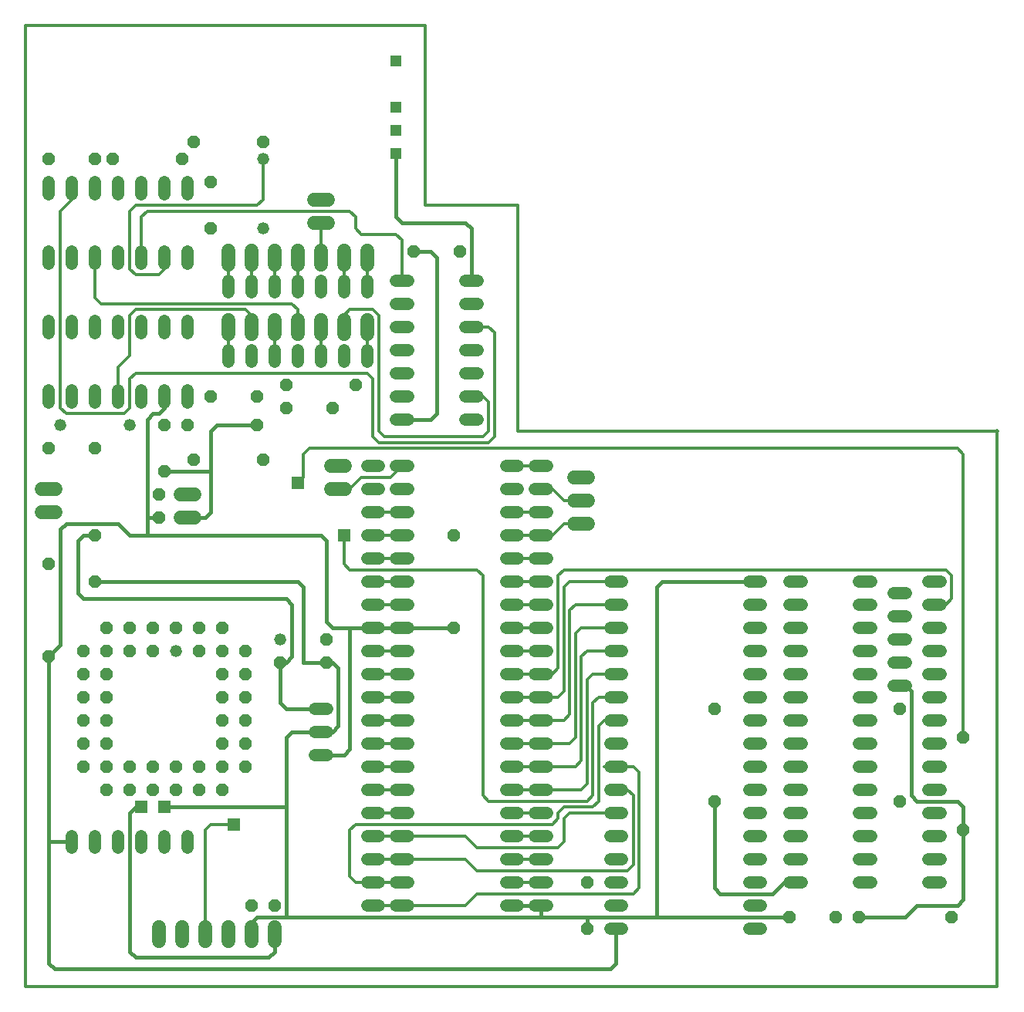
<source format=gtl>
G75*
G70*
%OFA0B0*%
%FSLAX24Y24*%
%IPPOS*%
%LPD*%
%AMOC8*
5,1,8,0,0,1.08239X$1,22.5*
%
%ADD10C,0.0120*%
%ADD11C,0.0000*%
%ADD12C,0.0520*%
%ADD13OC8,0.0520*%
%ADD14C,0.0600*%
%ADD15C,0.0520*%
%ADD16R,0.0515X0.0515*%
%ADD17C,0.0160*%
%ADD18R,0.0531X0.0531*%
D10*
X001374Y000160D02*
X001374Y041682D01*
X018624Y041682D01*
X018624Y041660D02*
X018624Y033910D01*
X022624Y033910D01*
X022624Y024160D01*
X043374Y024160D01*
X043329Y024182D02*
X043329Y000160D01*
X001374Y000160D01*
X009124Y002410D02*
X009124Y006910D01*
X009374Y007160D01*
X010374Y007160D01*
X015374Y006910D02*
X015374Y004910D01*
X015624Y004660D01*
X016374Y004660D01*
X017624Y004660D01*
X017624Y003660D02*
X020374Y003660D01*
X020874Y004160D01*
X027624Y004160D01*
X027874Y004410D01*
X027874Y009410D01*
X027624Y009660D01*
X026874Y009660D01*
X026374Y009660D01*
X025374Y009910D02*
X025124Y009660D01*
X023624Y009660D01*
X022374Y009660D01*
X022374Y008660D02*
X023624Y008660D01*
X025374Y008660D01*
X025624Y008910D01*
X025624Y013410D01*
X025874Y013660D01*
X026874Y013660D01*
X026874Y012660D02*
X026124Y012660D01*
X025874Y012410D01*
X025874Y008410D01*
X025624Y008160D01*
X021374Y008160D01*
X021124Y008410D01*
X021124Y017910D01*
X020874Y018160D01*
X015374Y018160D01*
X015124Y018410D01*
X015124Y019660D01*
X016374Y019660D02*
X017624Y019660D01*
X017624Y020660D02*
X016374Y020660D01*
X015374Y021660D02*
X015874Y022160D01*
X017124Y022160D01*
X017624Y022660D01*
X016624Y023660D02*
X021374Y023660D01*
X021624Y023910D01*
X021624Y028410D01*
X021374Y028660D01*
X020624Y028660D01*
X020624Y025660D02*
X021124Y025660D01*
X021374Y025410D01*
X021374Y024160D01*
X021124Y023910D01*
X016874Y023910D01*
X016624Y024160D01*
X016624Y029160D01*
X016374Y029410D01*
X015374Y029410D01*
X015124Y029160D01*
X015124Y028660D01*
X014124Y028660D02*
X014124Y027410D01*
X013124Y028660D02*
X013124Y029410D01*
X012874Y029660D01*
X004624Y029660D01*
X004374Y029910D01*
X004374Y031660D01*
X005874Y031160D02*
X005874Y033660D01*
X006124Y033910D01*
X011374Y033910D01*
X011624Y034160D01*
X011624Y035910D01*
X014124Y033160D02*
X014124Y031660D01*
X013124Y031660D02*
X013124Y030410D01*
X012124Y030410D02*
X012124Y031660D01*
X011124Y031660D02*
X011124Y030410D01*
X010124Y030410D02*
X010124Y031660D01*
X010874Y029410D02*
X006124Y029410D01*
X005874Y029160D01*
X005874Y027410D01*
X005374Y026910D01*
X005374Y025660D01*
X005874Y025160D02*
X005874Y026410D01*
X006124Y026660D01*
X016124Y026660D01*
X016374Y026410D01*
X016374Y023910D01*
X016624Y023660D01*
X015374Y021660D02*
X014874Y021660D01*
X013374Y022160D02*
X013124Y021910D01*
X013374Y022160D02*
X013374Y023160D01*
X013624Y023410D01*
X041624Y023410D01*
X041874Y023160D01*
X041874Y010910D01*
X041124Y016660D02*
X040624Y016660D01*
X041124Y016660D02*
X041374Y016910D01*
X041374Y017910D01*
X041124Y018160D01*
X024624Y018160D01*
X024374Y017910D01*
X024374Y013910D01*
X024124Y013660D01*
X023624Y013660D01*
X022374Y013660D01*
X022374Y012660D02*
X023624Y012660D01*
X024374Y012660D01*
X024624Y012910D01*
X024624Y017410D01*
X024874Y017660D01*
X026874Y017660D01*
X026874Y016660D02*
X025124Y016660D01*
X024874Y016410D01*
X024874Y011910D01*
X024624Y011660D01*
X023624Y011660D01*
X022374Y011660D01*
X022374Y010660D02*
X023624Y010660D01*
X024874Y010660D01*
X025124Y010910D01*
X025124Y015410D01*
X025374Y015660D01*
X026874Y015660D01*
X026874Y014660D02*
X025624Y014660D01*
X025374Y014410D01*
X025374Y009910D01*
X026874Y008660D02*
X027374Y008660D01*
X027624Y008410D01*
X027624Y005410D01*
X027374Y005160D01*
X020874Y005160D01*
X020374Y005660D01*
X017624Y005660D01*
X016374Y005660D01*
X016374Y006660D02*
X017624Y006660D01*
X020374Y006660D01*
X020874Y006160D01*
X024374Y006160D01*
X024624Y006410D01*
X024624Y007410D01*
X024874Y007660D01*
X026874Y007660D01*
X026124Y008160D02*
X025874Y007910D01*
X024624Y007910D01*
X024374Y007660D01*
X024374Y007410D01*
X024124Y007160D01*
X015624Y007160D01*
X015374Y006910D01*
X016374Y007660D02*
X017624Y007660D01*
X017624Y008660D02*
X016374Y008660D01*
X016374Y009660D02*
X017624Y009660D01*
X017624Y010660D02*
X016374Y010660D01*
X016374Y011660D02*
X017624Y011660D01*
X017624Y012660D02*
X016374Y012660D01*
X016374Y013660D02*
X017624Y013660D01*
X017624Y014660D02*
X016374Y014660D01*
X016374Y016660D02*
X017624Y016660D01*
X017624Y017660D02*
X016374Y017660D01*
X016374Y018660D02*
X017624Y018660D01*
X022374Y018660D02*
X023624Y018660D01*
X023624Y017660D02*
X022374Y017660D01*
X022374Y016660D02*
X023624Y016660D01*
X023624Y015660D02*
X022374Y015660D01*
X022374Y014660D02*
X023624Y014660D01*
X026374Y011660D02*
X026124Y011410D01*
X026124Y008160D01*
X023624Y007660D02*
X022374Y007660D01*
X022374Y006660D02*
X023624Y006660D01*
X023624Y005660D02*
X022374Y005660D01*
X022374Y004660D02*
X023624Y004660D01*
X017624Y003660D02*
X016374Y003660D01*
X026374Y011660D02*
X026874Y011660D01*
X024124Y019660D02*
X023624Y019660D01*
X022374Y019660D01*
X022374Y020660D02*
X023624Y020660D01*
X023624Y021660D02*
X024124Y021660D01*
X024624Y021160D01*
X025374Y021160D01*
X025374Y020160D02*
X024624Y020160D01*
X024124Y019660D01*
X023624Y022660D02*
X022374Y022660D01*
X016124Y027410D02*
X016124Y028660D01*
X016124Y030410D02*
X016124Y031660D01*
X015874Y032660D02*
X015624Y032910D01*
X015624Y033410D01*
X015374Y033660D01*
X006624Y033660D01*
X006374Y033410D01*
X006374Y031660D01*
X005874Y031160D02*
X006124Y030910D01*
X007124Y030910D01*
X007374Y031160D01*
X007374Y031660D01*
X010124Y028660D02*
X010124Y027410D01*
X011124Y028660D02*
X011124Y029160D01*
X010874Y029410D01*
X012124Y028660D02*
X012124Y027410D01*
X015124Y030410D02*
X015124Y031660D01*
X015874Y032660D02*
X017374Y032660D01*
X017624Y032410D01*
X017624Y030660D01*
X005874Y025160D02*
X005624Y024910D01*
X003124Y024910D01*
X002874Y025160D01*
X002874Y033660D01*
X003374Y034160D01*
X003374Y034660D01*
D11*
X001374Y039530D02*
X001374Y000160D01*
D12*
X003374Y006150D02*
X003374Y006670D01*
X004374Y006670D02*
X004374Y006150D01*
X005374Y006150D02*
X005374Y006670D01*
X006374Y006670D02*
X006374Y006150D01*
X007374Y006150D02*
X007374Y006670D01*
X008374Y006670D02*
X008374Y006150D01*
X013864Y010160D02*
X014384Y010160D01*
X014384Y011160D02*
X013864Y011160D01*
X013864Y012160D02*
X014384Y012160D01*
X016114Y011660D02*
X016634Y011660D01*
X017364Y011660D02*
X017884Y011660D01*
X017884Y010660D02*
X017364Y010660D01*
X016634Y010660D02*
X016114Y010660D01*
X016114Y009660D02*
X016634Y009660D01*
X017364Y009660D02*
X017884Y009660D01*
X017884Y008660D02*
X017364Y008660D01*
X016634Y008660D02*
X016114Y008660D01*
X016114Y007660D02*
X016634Y007660D01*
X017364Y007660D02*
X017884Y007660D01*
X017884Y006660D02*
X017364Y006660D01*
X016634Y006660D02*
X016114Y006660D01*
X016114Y005660D02*
X016634Y005660D01*
X017364Y005660D02*
X017884Y005660D01*
X017884Y004660D02*
X017364Y004660D01*
X016634Y004660D02*
X016114Y004660D01*
X016114Y003660D02*
X016634Y003660D01*
X017364Y003660D02*
X017884Y003660D01*
X022114Y003660D02*
X022634Y003660D01*
X023364Y003660D02*
X023884Y003660D01*
X023884Y004660D02*
X023364Y004660D01*
X022634Y004660D02*
X022114Y004660D01*
X022114Y005660D02*
X022634Y005660D01*
X023364Y005660D02*
X023884Y005660D01*
X023884Y006660D02*
X023364Y006660D01*
X022634Y006660D02*
X022114Y006660D01*
X022114Y007660D02*
X022634Y007660D01*
X023364Y007660D02*
X023884Y007660D01*
X023884Y008660D02*
X023364Y008660D01*
X022634Y008660D02*
X022114Y008660D01*
X022114Y009660D02*
X022634Y009660D01*
X023364Y009660D02*
X023884Y009660D01*
X023884Y010660D02*
X023364Y010660D01*
X022634Y010660D02*
X022114Y010660D01*
X022114Y011660D02*
X022634Y011660D01*
X023364Y011660D02*
X023884Y011660D01*
X023884Y012660D02*
X023364Y012660D01*
X022634Y012660D02*
X022114Y012660D01*
X022114Y013660D02*
X022634Y013660D01*
X023364Y013660D02*
X023884Y013660D01*
X023884Y014660D02*
X023364Y014660D01*
X022634Y014660D02*
X022114Y014660D01*
X022114Y015660D02*
X022634Y015660D01*
X023364Y015660D02*
X023884Y015660D01*
X023884Y016660D02*
X023364Y016660D01*
X022634Y016660D02*
X022114Y016660D01*
X022114Y017660D02*
X022634Y017660D01*
X023364Y017660D02*
X023884Y017660D01*
X023884Y018660D02*
X023364Y018660D01*
X022634Y018660D02*
X022114Y018660D01*
X022114Y019660D02*
X022634Y019660D01*
X023364Y019660D02*
X023884Y019660D01*
X023884Y020660D02*
X023364Y020660D01*
X022634Y020660D02*
X022114Y020660D01*
X022114Y021660D02*
X022634Y021660D01*
X023364Y021660D02*
X023884Y021660D01*
X023884Y022660D02*
X023364Y022660D01*
X022634Y022660D02*
X022114Y022660D01*
X020884Y024660D02*
X020364Y024660D01*
X020364Y025660D02*
X020884Y025660D01*
X020884Y026660D02*
X020364Y026660D01*
X020364Y027660D02*
X020884Y027660D01*
X020884Y028660D02*
X020364Y028660D01*
X020364Y029660D02*
X020884Y029660D01*
X020884Y030660D02*
X020364Y030660D01*
X017884Y030660D02*
X017364Y030660D01*
X017364Y029660D02*
X017884Y029660D01*
X017884Y028660D02*
X017364Y028660D01*
X017364Y027660D02*
X017884Y027660D01*
X017884Y026660D02*
X017364Y026660D01*
X017364Y025660D02*
X017884Y025660D01*
X017884Y024660D02*
X017364Y024660D01*
X017364Y022660D02*
X017884Y022660D01*
X017884Y021660D02*
X017364Y021660D01*
X016634Y021660D02*
X016114Y021660D01*
X016114Y020660D02*
X016634Y020660D01*
X017364Y020660D02*
X017884Y020660D01*
X017884Y019660D02*
X017364Y019660D01*
X016634Y019660D02*
X016114Y019660D01*
X016114Y018660D02*
X016634Y018660D01*
X017364Y018660D02*
X017884Y018660D01*
X017884Y017660D02*
X017364Y017660D01*
X016634Y017660D02*
X016114Y017660D01*
X016114Y016660D02*
X016634Y016660D01*
X017364Y016660D02*
X017884Y016660D01*
X017884Y015660D02*
X017364Y015660D01*
X016634Y015660D02*
X016114Y015660D01*
X016114Y014660D02*
X016634Y014660D01*
X017364Y014660D02*
X017884Y014660D01*
X017884Y013660D02*
X017364Y013660D01*
X016634Y013660D02*
X016114Y013660D01*
X016114Y012660D02*
X016634Y012660D01*
X017364Y012660D02*
X017884Y012660D01*
X026614Y012660D02*
X027134Y012660D01*
X027134Y011660D02*
X026614Y011660D01*
X026614Y010660D02*
X027134Y010660D01*
X027134Y009660D02*
X026614Y009660D01*
X026614Y008660D02*
X027134Y008660D01*
X027134Y007660D02*
X026614Y007660D01*
X026614Y006660D02*
X027134Y006660D01*
X027134Y005660D02*
X026614Y005660D01*
X026614Y004660D02*
X027134Y004660D01*
X027134Y003660D02*
X026614Y003660D01*
X026614Y002660D02*
X027134Y002660D01*
X032614Y002660D02*
X033134Y002660D01*
X033134Y003660D02*
X032614Y003660D01*
X032614Y004660D02*
X033134Y004660D01*
X033134Y005660D02*
X032614Y005660D01*
X032614Y006660D02*
X033134Y006660D01*
X033134Y007660D02*
X032614Y007660D01*
X032614Y008660D02*
X033134Y008660D01*
X033134Y009660D02*
X032614Y009660D01*
X032614Y010660D02*
X033134Y010660D01*
X033134Y011660D02*
X032614Y011660D01*
X032614Y012660D02*
X033134Y012660D01*
X033134Y013660D02*
X032614Y013660D01*
X032614Y014660D02*
X033134Y014660D01*
X033134Y015660D02*
X032614Y015660D01*
X032614Y016660D02*
X033134Y016660D01*
X033134Y017660D02*
X032614Y017660D01*
X034364Y017660D02*
X034884Y017660D01*
X034364Y017660D01*
X034364Y016660D02*
X034884Y016660D01*
X034364Y016660D01*
X034364Y015660D02*
X034884Y015660D01*
X034364Y015660D01*
X034364Y014660D02*
X034884Y014660D01*
X034364Y014660D01*
X034364Y013660D02*
X034884Y013660D01*
X034364Y013660D01*
X034364Y012660D02*
X034884Y012660D01*
X034364Y012660D01*
X034364Y011660D02*
X034884Y011660D01*
X034364Y011660D01*
X034364Y010660D02*
X034884Y010660D01*
X034364Y010660D01*
X034364Y009660D02*
X034884Y009660D01*
X034364Y009660D01*
X034364Y008660D02*
X034884Y008660D01*
X034364Y008660D01*
X034364Y007660D02*
X034884Y007660D01*
X034364Y007660D01*
X034364Y006660D02*
X034884Y006660D01*
X034364Y006660D01*
X034364Y005660D02*
X034884Y005660D01*
X034364Y005660D01*
X034364Y004660D02*
X034884Y004660D01*
X034364Y004660D01*
X037364Y004660D02*
X037884Y004660D01*
X037884Y005660D02*
X037364Y005660D01*
X037364Y006660D02*
X037884Y006660D01*
X037884Y007660D02*
X037364Y007660D01*
X037364Y008660D02*
X037884Y008660D01*
X037884Y009660D02*
X037364Y009660D01*
X037364Y010660D02*
X037884Y010660D01*
X037884Y011660D02*
X037364Y011660D01*
X037364Y012660D02*
X037884Y012660D01*
X037884Y013660D02*
X037364Y013660D01*
X037364Y014660D02*
X037884Y014660D01*
X037884Y015660D02*
X037364Y015660D01*
X037364Y016660D02*
X037884Y016660D01*
X037884Y017660D02*
X037364Y017660D01*
X038864Y017160D02*
X039384Y017160D01*
X039384Y016160D02*
X038864Y016160D01*
X038864Y015160D02*
X039384Y015160D01*
X039384Y014160D02*
X038864Y014160D01*
X038864Y013160D02*
X039384Y013160D01*
X040364Y012660D02*
X040884Y012660D01*
X040884Y011660D02*
X040364Y011660D01*
X040364Y010660D02*
X040884Y010660D01*
X040884Y009660D02*
X040364Y009660D01*
X040364Y008660D02*
X040884Y008660D01*
X040884Y007660D02*
X040364Y007660D01*
X040364Y006660D02*
X040884Y006660D01*
X040884Y005660D02*
X040364Y005660D01*
X040364Y004660D02*
X040884Y004660D01*
X040884Y013660D02*
X040364Y013660D01*
X040364Y014660D02*
X040884Y014660D01*
X040884Y015660D02*
X040364Y015660D01*
X040364Y016660D02*
X040884Y016660D01*
X040884Y017660D02*
X040364Y017660D01*
X027134Y017660D02*
X026614Y017660D01*
X026614Y016660D02*
X027134Y016660D01*
X027134Y015660D02*
X026614Y015660D01*
X026614Y014660D02*
X027134Y014660D01*
X027134Y013660D02*
X026614Y013660D01*
X016634Y022660D02*
X016114Y022660D01*
X016124Y027150D02*
X016124Y027670D01*
X015124Y027670D02*
X015124Y027150D01*
X014124Y027150D02*
X014124Y027670D01*
X013124Y027670D02*
X013124Y027150D01*
X012124Y027150D02*
X012124Y027670D01*
X011124Y027670D02*
X011124Y027150D01*
X010124Y027150D02*
X010124Y027670D01*
X008374Y028400D02*
X008374Y028920D01*
X007374Y028920D02*
X007374Y028400D01*
X006374Y028400D02*
X006374Y028920D01*
X005374Y028920D02*
X005374Y028400D01*
X004374Y028400D02*
X004374Y028920D01*
X003374Y028920D02*
X003374Y028400D01*
X002374Y028400D02*
X002374Y028920D01*
X002374Y031400D02*
X002374Y031920D01*
X003374Y031920D02*
X003374Y031400D01*
X004374Y031400D02*
X004374Y031920D01*
X005374Y031920D02*
X005374Y031400D01*
X006374Y031400D02*
X006374Y031920D01*
X007374Y031920D02*
X007374Y031400D01*
X008374Y031400D02*
X008374Y031920D01*
X010124Y030670D02*
X010124Y030150D01*
X011124Y030150D02*
X011124Y030670D01*
X012124Y030670D02*
X012124Y030150D01*
X013124Y030150D02*
X013124Y030670D01*
X014124Y030670D02*
X014124Y030150D01*
X015124Y030150D02*
X015124Y030670D01*
X016124Y030670D02*
X016124Y030150D01*
X008374Y025920D02*
X008374Y025400D01*
X007374Y025400D02*
X007374Y025920D01*
X006374Y025920D02*
X006374Y025400D01*
X005374Y025400D02*
X005374Y025920D01*
X004374Y025920D02*
X004374Y025400D01*
X003374Y025400D02*
X003374Y025920D01*
X002374Y025920D02*
X002374Y025400D01*
X002374Y034400D02*
X002374Y034920D01*
X003374Y034920D02*
X003374Y034400D01*
X004374Y034400D02*
X004374Y034920D01*
X005374Y034920D02*
X005374Y034400D01*
X006374Y034400D02*
X006374Y034920D01*
X007374Y034920D02*
X007374Y034400D01*
X008374Y034400D02*
X008374Y034920D01*
D13*
X009374Y034910D03*
X008124Y035910D03*
X008624Y036660D03*
X011624Y036660D03*
X009374Y032910D03*
X005124Y035910D03*
X004374Y035910D03*
X002374Y035910D03*
X009374Y025660D03*
X008374Y024410D03*
X007374Y024410D03*
X008624Y022910D03*
X007374Y022410D03*
X007124Y021410D03*
X007124Y020410D03*
X004374Y019660D03*
X004374Y017660D03*
X004874Y015660D03*
X004874Y014660D03*
X005874Y014660D03*
X005874Y015660D03*
X006874Y015660D03*
X006874Y014660D03*
X007874Y015660D03*
X008874Y015660D03*
X008874Y014660D03*
X009874Y014660D03*
X009874Y015660D03*
X010874Y014660D03*
X010874Y013660D03*
X009874Y013660D03*
X009874Y012660D03*
X009874Y011660D03*
X009874Y010660D03*
X009874Y009660D03*
X008874Y009660D03*
X007874Y009660D03*
X007874Y008660D03*
X008874Y008660D03*
X009874Y008660D03*
X010874Y009660D03*
X010874Y010660D03*
X010874Y011660D03*
X010874Y012660D03*
X012374Y014160D03*
X014374Y014160D03*
X014374Y015160D03*
X019874Y015660D03*
X019874Y019660D03*
X014624Y025160D03*
X015624Y026160D03*
X012624Y026160D03*
X012624Y025160D03*
X011374Y025660D03*
X011374Y024410D03*
X011624Y022910D03*
X004374Y023410D03*
X002374Y023410D03*
X002374Y018410D03*
X003874Y014660D03*
X003874Y013660D03*
X003874Y012660D03*
X003874Y011660D03*
X003874Y010660D03*
X003874Y009660D03*
X004874Y009660D03*
X004874Y008660D03*
X005874Y008660D03*
X005874Y009660D03*
X006874Y009660D03*
X006874Y008660D03*
X004874Y010660D03*
X004874Y011660D03*
X004874Y012660D03*
X004874Y013660D03*
X002374Y014410D03*
X011124Y003660D03*
X012124Y003660D03*
X025624Y002660D03*
X025624Y004660D03*
X031124Y008160D03*
X031124Y012160D03*
X039124Y012160D03*
X041874Y010910D03*
X039124Y008160D03*
X041874Y006910D03*
X041374Y003160D03*
X037374Y003160D03*
X036374Y003160D03*
X034374Y003160D03*
X020124Y031910D03*
X018124Y031910D03*
D14*
X016124Y031960D02*
X016124Y031360D01*
X015124Y031360D02*
X015124Y031960D01*
X014124Y031960D02*
X014124Y031360D01*
X013124Y031360D02*
X013124Y031960D01*
X013824Y033160D02*
X014424Y033160D01*
X014424Y034160D02*
X013824Y034160D01*
X012124Y031960D02*
X012124Y031360D01*
X011124Y031360D02*
X011124Y031960D01*
X010124Y031960D02*
X010124Y031360D01*
X010124Y028960D02*
X010124Y028360D01*
X011124Y028360D02*
X011124Y028960D01*
X012124Y028960D02*
X012124Y028360D01*
X013124Y028360D02*
X013124Y028960D01*
X014124Y028960D02*
X014124Y028360D01*
X015124Y028360D02*
X015124Y028960D01*
X016124Y028960D02*
X016124Y028360D01*
X015174Y022660D02*
X014574Y022660D01*
X014574Y021660D02*
X015174Y021660D01*
X008674Y021410D02*
X008074Y021410D01*
X008074Y020410D02*
X008674Y020410D01*
X002674Y020660D02*
X002074Y020660D01*
X002074Y021660D02*
X002674Y021660D01*
X007124Y002710D02*
X007124Y002110D01*
X008124Y002110D02*
X008124Y002710D01*
X009124Y002710D02*
X009124Y002110D01*
X010124Y002110D02*
X010124Y002710D01*
X011124Y002710D02*
X011124Y002110D01*
X012124Y002110D02*
X012124Y002710D01*
X025074Y020160D02*
X025674Y020160D01*
X025674Y021160D02*
X025074Y021160D01*
X025074Y022160D02*
X025674Y022160D01*
D15*
X012374Y015160D03*
X007874Y014660D03*
X005874Y024410D03*
X002874Y024410D03*
X011624Y032910D03*
X011624Y035910D03*
D16*
X017374Y036160D03*
X017374Y037160D03*
X017374Y038160D03*
X017374Y040160D03*
D17*
X017374Y036160D02*
X017374Y033410D01*
X017624Y033160D01*
X020374Y033160D01*
X020624Y032910D01*
X020624Y030660D01*
X019124Y031660D02*
X019124Y024910D01*
X018874Y024660D01*
X017624Y024660D01*
X014124Y019660D02*
X006624Y019660D01*
X005874Y019660D01*
X005374Y020160D01*
X003124Y020160D01*
X002874Y019910D01*
X002874Y014910D01*
X002374Y014410D01*
X002374Y006410D01*
X003374Y006410D01*
X002374Y006410D02*
X002374Y001160D01*
X002624Y000910D01*
X026624Y000910D01*
X026874Y001160D01*
X026874Y002660D01*
X025624Y002660D02*
X025624Y003160D01*
X028624Y003160D01*
X034374Y003160D01*
X033624Y004160D02*
X034124Y004660D01*
X034624Y004660D01*
X033624Y004160D02*
X031374Y004160D01*
X031124Y004410D01*
X031124Y008160D01*
X028624Y003160D02*
X028624Y017410D01*
X028874Y017660D01*
X032874Y017660D01*
X039124Y013160D02*
X039374Y013160D01*
X039624Y012910D01*
X039624Y008410D01*
X039874Y008160D01*
X041624Y008160D01*
X041874Y007910D01*
X041874Y006910D01*
X041874Y003910D01*
X041624Y003660D01*
X039874Y003660D01*
X039374Y003160D01*
X037374Y003160D01*
X025624Y003160D02*
X023624Y003160D01*
X023624Y003660D01*
X022374Y003660D01*
X023624Y003160D02*
X012624Y003160D01*
X012624Y007910D01*
X007374Y007910D01*
X006374Y007910D02*
X006124Y007910D01*
X005874Y007660D01*
X005874Y001660D01*
X006124Y001410D01*
X011874Y001410D01*
X012124Y001660D01*
X012124Y002410D01*
X012624Y003160D02*
X011374Y003160D01*
X011124Y002910D01*
X011124Y002410D01*
X012624Y007910D02*
X012624Y010910D01*
X012874Y011160D01*
X014124Y011160D01*
X014624Y011160D01*
X014874Y011410D01*
X014874Y013910D01*
X014624Y014160D01*
X014374Y014160D01*
X013374Y014160D01*
X013374Y017410D01*
X013124Y017660D01*
X004374Y017660D01*
X003874Y016910D02*
X003624Y017160D01*
X003624Y019410D01*
X003874Y019660D01*
X004374Y019660D01*
X006624Y019660D02*
X006624Y020410D01*
X007124Y020410D01*
X006624Y020410D02*
X006624Y024660D01*
X006874Y024910D01*
X007124Y024910D01*
X007374Y025160D01*
X007374Y025660D01*
X009374Y024160D02*
X009374Y022410D01*
X009374Y020660D01*
X009124Y020410D01*
X008374Y020410D01*
X009374Y022410D02*
X007374Y022410D01*
X009374Y024160D02*
X009624Y024410D01*
X011374Y024410D01*
X014124Y019660D02*
X014374Y019410D01*
X014374Y015910D01*
X014624Y015660D01*
X015374Y015660D01*
X015374Y010410D01*
X015124Y010160D01*
X014124Y010160D01*
X014124Y012160D02*
X012624Y012160D01*
X012374Y012410D01*
X012374Y014160D01*
X012624Y014160D01*
X012874Y014410D01*
X012874Y016660D01*
X012624Y016910D01*
X003874Y016910D01*
X015374Y015660D02*
X016374Y015660D01*
X017624Y015660D01*
X019874Y015660D01*
X019124Y031660D02*
X018874Y031910D01*
X018124Y031910D01*
D18*
X013124Y021910D03*
X015124Y019660D03*
X007374Y007910D03*
X006374Y007910D03*
X010374Y007160D03*
M02*

</source>
